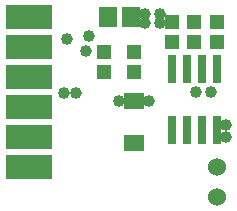
<source format=gts>
G75*
%MOIN*%
%OFA0B0*%
%FSLAX25Y25*%
%IPPOS*%
%LPD*%
%AMOC8*
5,1,8,0,0,1.08239X$1,22.5*
%
%ADD10R,0.05918X0.07099*%
%ADD11R,0.05052X0.04934*%
%ADD12R,0.07099X0.05524*%
%ADD13R,0.15800X0.08400*%
%ADD14R,0.03162X0.09461*%
%ADD15C,0.06000*%
%ADD16R,0.05131X0.04737*%
%ADD17C,0.03975*%
D10*
X0046563Y0066800D03*
X0054437Y0066800D03*
D11*
X0068000Y0065245D03*
X0068000Y0058355D03*
D12*
X0055500Y0038887D03*
X0055500Y0024713D03*
D13*
X0020500Y0016800D03*
X0020500Y0026800D03*
X0020500Y0036800D03*
X0020500Y0046800D03*
X0020500Y0056800D03*
X0020500Y0066800D03*
D14*
X0068000Y0049536D03*
X0073000Y0049536D03*
X0078000Y0049536D03*
X0083000Y0049536D03*
X0083000Y0029064D03*
X0078000Y0029064D03*
X0073000Y0029064D03*
X0068000Y0029064D03*
D15*
X0083000Y0016800D03*
X0083000Y0006800D03*
D16*
X0055500Y0048454D03*
X0055500Y0055146D03*
X0045500Y0055146D03*
X0045500Y0048454D03*
X0075500Y0058454D03*
X0075500Y0065146D03*
X0083000Y0065146D03*
X0083000Y0058454D03*
D17*
X0081000Y0041800D03*
X0076000Y0041800D03*
X0086000Y0030800D03*
X0086000Y0026800D03*
X0060500Y0038800D03*
X0050500Y0038800D03*
X0036000Y0041300D03*
X0032000Y0041300D03*
X0039500Y0055300D03*
X0040500Y0060300D03*
X0033000Y0059300D03*
X0059000Y0064800D03*
X0059000Y0067800D03*
X0064000Y0067800D03*
X0064000Y0064800D03*
M02*

</source>
